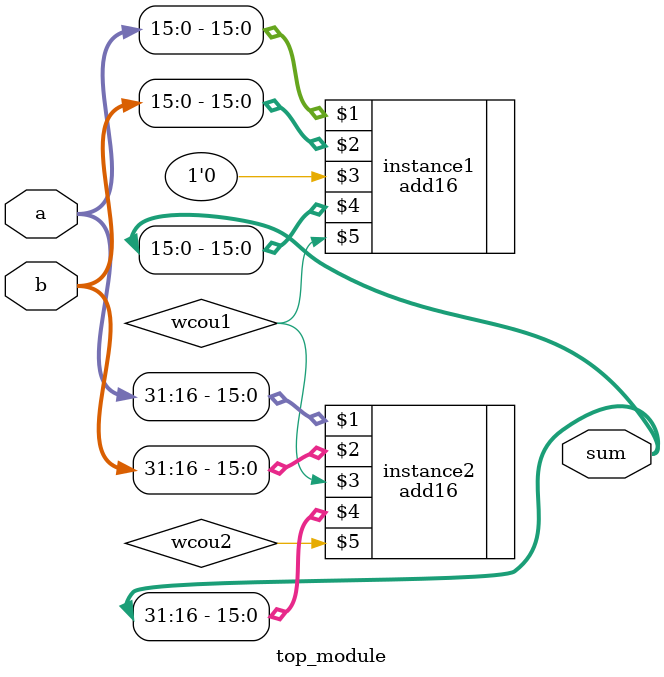
<source format=v>
module top_module(
    input  [31:0]a,b,
    output [31:0]sum
);

wire wcou1,wcou2;
// add16 instance1(a[15:0],b[15:0],0,sum[15:0],wcou1);
add16 instance1(a[15:0],b[15:0],1'b0,sum[15:0],wcou1);

add16 instance2(a[31:16],b[31:16],wcou1,sum[31:16],wcou2);




endmodule

</source>
